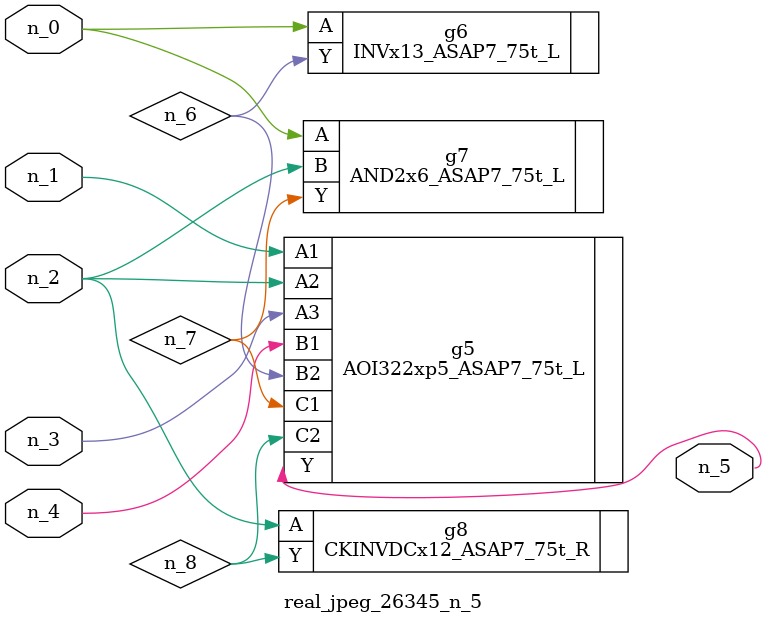
<source format=v>
module real_jpeg_26345_n_5 (n_4, n_0, n_1, n_2, n_3, n_5);

input n_4;
input n_0;
input n_1;
input n_2;
input n_3;

output n_5;

wire n_8;
wire n_6;
wire n_7;

INVx13_ASAP7_75t_L g6 ( 
.A(n_0),
.Y(n_6)
);

AND2x6_ASAP7_75t_L g7 ( 
.A(n_0),
.B(n_2),
.Y(n_7)
);

AOI322xp5_ASAP7_75t_L g5 ( 
.A1(n_1),
.A2(n_2),
.A3(n_3),
.B1(n_4),
.B2(n_6),
.C1(n_7),
.C2(n_8),
.Y(n_5)
);

CKINVDCx12_ASAP7_75t_R g8 ( 
.A(n_2),
.Y(n_8)
);


endmodule
</source>
